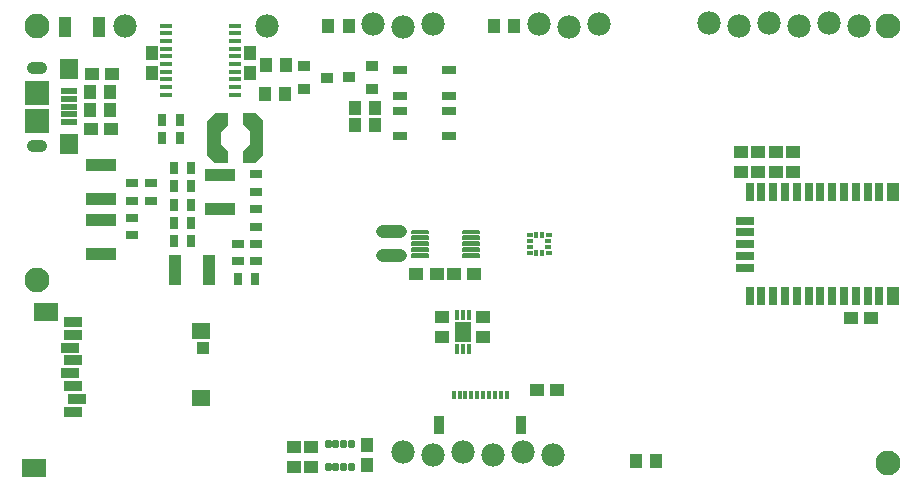
<source format=gbr>
G04 EAGLE Gerber RS-274X export*
G75*
%MOMM*%
%FSLAX34Y34*%
%LPD*%
%INSoldermask Top*%
%IPPOS*%
%AMOC8*
5,1,8,0,0,1.08239X$1,22.5*%
G01*
%ADD10C,2.101600*%
%ADD11R,1.101600X1.201600*%
%ADD12R,1.201600X1.101600*%
%ADD13R,1.092200X0.406400*%
%ADD14R,1.001600X0.901600*%
%ADD15C,0.215122*%
%ADD16R,0.951600X1.601600*%
%ADD17R,0.401600X0.756600*%
%ADD18R,1.151600X0.751600*%
%ADD19R,1.601600X0.801600*%
%ADD20R,0.801600X1.601600*%
%ADD21R,1.101600X1.601600*%
%ADD22C,1.981200*%
%ADD23R,1.451600X0.501600*%
%ADD24R,1.501600X1.701600*%
%ADD25R,2.001600X2.001600*%
%ADD26C,1.001600*%
%ADD27R,1.001600X1.701600*%
%ADD28R,1.001600X0.701600*%
%ADD29R,0.701600X1.001600*%
%ADD30R,1.001600X2.601600*%
%ADD31R,2.601600X1.001600*%
%ADD32C,0.176703*%
%ADD33C,1.117600*%
%ADD34R,0.520000X0.418600*%
%ADD35R,0.522841X0.419888*%
%ADD36R,0.523191X0.421438*%
%ADD37R,0.520000X0.420478*%
%ADD38R,0.520000X0.419394*%
%ADD39R,0.519437X0.419956*%
%ADD40R,0.518713X0.421172*%
%ADD41R,0.520000X0.421025*%
%ADD42R,0.420669X0.519275*%
%ADD43R,0.419897X0.518713*%
%ADD44R,0.421084X0.522409*%
%ADD45R,0.419903X0.522450*%
%ADD46R,0.406400X0.914400*%
%ADD47R,1.447800X1.651000*%
%ADD48R,1.601600X0.901600*%
%ADD49R,2.001600X1.501600*%
%ADD50R,1.501600X1.401600*%
%ADD51R,1.101600X1.051600*%

G36*
X176047Y269087D02*
X176047Y269087D01*
X176042Y269094D01*
X176049Y269100D01*
X176049Y278800D01*
X176033Y278821D01*
X176035Y278834D01*
X170349Y284720D01*
X170349Y295280D01*
X176035Y300965D01*
X176039Y300992D01*
X176049Y301000D01*
X176049Y310900D01*
X176013Y310947D01*
X176006Y310942D01*
X176000Y310949D01*
X165300Y310949D01*
X165279Y310933D01*
X165265Y310935D01*
X159065Y304735D01*
X159064Y304724D01*
X159060Y304721D01*
X159063Y304718D01*
X159062Y304708D01*
X159051Y304700D01*
X159051Y275300D01*
X159067Y275279D01*
X159065Y275265D01*
X165265Y269065D01*
X165292Y269062D01*
X165300Y269051D01*
X176000Y269051D01*
X176047Y269087D01*
G37*
G36*
X199721Y269067D02*
X199721Y269067D01*
X199735Y269065D01*
X205935Y275265D01*
X205938Y275285D01*
X205947Y275292D01*
X205944Y275296D01*
X205949Y275300D01*
X205949Y304700D01*
X205933Y304721D01*
X205935Y304735D01*
X199735Y310935D01*
X199708Y310939D01*
X199700Y310949D01*
X189000Y310949D01*
X188953Y310913D01*
X188958Y310906D01*
X188951Y310900D01*
X188951Y301500D01*
X188966Y301480D01*
X188964Y301467D01*
X194651Y295281D01*
X194651Y284719D01*
X188963Y278433D01*
X188963Y278424D01*
X188960Y278422D01*
X188962Y278419D01*
X188961Y278408D01*
X188951Y278400D01*
X188951Y269100D01*
X188987Y269053D01*
X188994Y269058D01*
X189000Y269051D01*
X199700Y269051D01*
X199721Y269067D01*
G37*
D10*
X735000Y385000D03*
X735000Y15000D03*
X15000Y385000D03*
X15000Y170000D03*
D11*
X195050Y344720D03*
X195050Y361720D03*
D12*
X61450Y344180D03*
X78450Y344180D03*
X60450Y297780D03*
X77450Y297780D03*
D11*
X112050Y362280D03*
X112050Y345280D03*
X59750Y328780D03*
X76750Y328780D03*
X59450Y313380D03*
X76450Y313380D03*
X208350Y351380D03*
X225350Y351380D03*
X207550Y327280D03*
X224550Y327280D03*
D13*
X182398Y326640D03*
X182398Y333140D03*
X182398Y339640D03*
X182398Y346140D03*
X182398Y352640D03*
X182398Y359140D03*
X182398Y365640D03*
X182398Y372140D03*
X182398Y378640D03*
X182398Y385140D03*
X124042Y385140D03*
X124042Y378640D03*
X124042Y372140D03*
X124042Y365640D03*
X124042Y359140D03*
X124042Y352640D03*
X124042Y346140D03*
X124042Y339640D03*
X124042Y333140D03*
X124042Y326640D03*
D14*
X240550Y350680D03*
X240550Y331680D03*
X260550Y341180D03*
X298550Y331820D03*
X298550Y350820D03*
X278550Y341320D03*
D15*
X265517Y13723D02*
X265517Y9957D01*
X265517Y13723D02*
X268883Y13723D01*
X268883Y9957D01*
X265517Y9957D01*
X265517Y12000D02*
X268883Y12000D01*
X272017Y13723D02*
X272017Y9957D01*
X272017Y13723D02*
X275383Y13723D01*
X275383Y9957D01*
X272017Y9957D01*
X272017Y12000D02*
X275383Y12000D01*
X278517Y13723D02*
X278517Y9957D01*
X278517Y13723D02*
X281883Y13723D01*
X281883Y9957D01*
X278517Y9957D01*
X278517Y12000D02*
X281883Y12000D01*
X259017Y13723D02*
X259017Y9957D01*
X259017Y13723D02*
X262383Y13723D01*
X262383Y9957D01*
X259017Y9957D01*
X259017Y12000D02*
X262383Y12000D01*
X265517Y29357D02*
X265517Y33123D01*
X268883Y33123D01*
X268883Y29357D01*
X265517Y29357D01*
X265517Y31400D02*
X268883Y31400D01*
X272017Y33123D02*
X272017Y29357D01*
X272017Y33123D02*
X275383Y33123D01*
X275383Y29357D01*
X272017Y29357D01*
X272017Y31400D02*
X275383Y31400D01*
X278517Y33123D02*
X278517Y29357D01*
X278517Y33123D02*
X281883Y33123D01*
X281883Y29357D01*
X278517Y29357D01*
X278517Y31400D02*
X281883Y31400D01*
X259017Y33123D02*
X259017Y29357D01*
X259017Y33123D02*
X262383Y33123D01*
X262383Y29357D01*
X259017Y29357D01*
X259017Y31400D02*
X262383Y31400D01*
D11*
X284280Y315750D03*
X301280Y315750D03*
X284180Y301350D03*
X301180Y301350D03*
X293900Y29900D03*
X293900Y12900D03*
D16*
X355500Y47000D03*
X424500Y47000D03*
D17*
X372500Y72000D03*
X387500Y72000D03*
X397500Y72000D03*
X407500Y72000D03*
X412500Y72000D03*
X402500Y72000D03*
X392500Y72000D03*
X382500Y72000D03*
X377500Y72000D03*
X367500Y72000D03*
D12*
X232500Y11500D03*
X232500Y28500D03*
X247000Y11500D03*
X247000Y28500D03*
D18*
X322330Y325800D03*
X363830Y325800D03*
X363830Y347300D03*
X322330Y347300D03*
X363940Y313250D03*
X322440Y313250D03*
X322440Y291750D03*
X363940Y291750D03*
D19*
X614000Y200000D03*
X614000Y210000D03*
X614000Y190000D03*
X614000Y180000D03*
X614000Y220000D03*
D20*
X618000Y156000D03*
X628000Y156000D03*
X638000Y156000D03*
X648000Y156000D03*
X658000Y156000D03*
X668000Y156000D03*
X678000Y156000D03*
X688000Y156000D03*
X698000Y156000D03*
X708000Y156000D03*
X718000Y156000D03*
X728000Y156000D03*
X618000Y244000D03*
X628000Y244000D03*
X638000Y244000D03*
X648000Y244000D03*
X658000Y244000D03*
X668000Y244000D03*
X678000Y244000D03*
X688000Y244000D03*
X698000Y244000D03*
X708000Y244000D03*
X718000Y244000D03*
X728000Y244000D03*
D21*
X739500Y244000D03*
X739500Y156000D03*
D12*
X625500Y278000D03*
X625500Y261000D03*
X611000Y261000D03*
X611000Y278000D03*
X654500Y261000D03*
X654500Y278000D03*
X640000Y261000D03*
X640000Y278000D03*
D22*
X711000Y384500D03*
X685600Y387040D03*
X660200Y384500D03*
X634800Y387040D03*
X609400Y384500D03*
X584000Y387040D03*
D23*
X41700Y316500D03*
X41700Y310000D03*
X41700Y323000D03*
X41700Y329500D03*
X41700Y303500D03*
D24*
X41700Y348500D03*
X41700Y284500D03*
D25*
X14950Y328500D03*
X14950Y304500D03*
D26*
X11500Y349500D02*
X18500Y349500D01*
X18500Y283500D02*
X11500Y283500D01*
D27*
X67500Y384000D03*
X38500Y384000D03*
D28*
X95500Y252000D03*
X95500Y237000D03*
X200000Y259500D03*
X200000Y244500D03*
X200000Y230000D03*
X200000Y215000D03*
D29*
X145500Y264500D03*
X130500Y264500D03*
D30*
X131500Y178000D03*
X160500Y178000D03*
D31*
X69000Y267000D03*
X69000Y238000D03*
X169500Y229500D03*
X169500Y258500D03*
X69000Y220500D03*
X69000Y191500D03*
D28*
X111500Y252000D03*
X111500Y237000D03*
X95500Y207500D03*
X95500Y222500D03*
D29*
X145500Y249000D03*
X130500Y249000D03*
X145500Y233500D03*
X130500Y233500D03*
X145500Y218000D03*
X130500Y218000D03*
X130500Y202500D03*
X145500Y202500D03*
D28*
X200000Y185500D03*
X200000Y200500D03*
D29*
X199500Y170500D03*
X184500Y170500D03*
D28*
X184500Y200500D03*
X184500Y185500D03*
D29*
X120500Y290000D03*
X135500Y290000D03*
X135500Y305500D03*
X120500Y305500D03*
D32*
X375125Y191625D02*
X388775Y191625D01*
X388775Y189375D01*
X375125Y189375D01*
X375125Y191625D01*
X375125Y191054D02*
X388775Y191054D01*
X388775Y196625D02*
X375125Y196625D01*
X388775Y196625D02*
X388775Y194375D01*
X375125Y194375D01*
X375125Y196625D01*
X375125Y196054D02*
X388775Y196054D01*
X388775Y201625D02*
X375125Y201625D01*
X388775Y201625D02*
X388775Y199375D01*
X375125Y199375D01*
X375125Y201625D01*
X375125Y201054D02*
X388775Y201054D01*
X388775Y206625D02*
X375125Y206625D01*
X388775Y206625D02*
X388775Y204375D01*
X375125Y204375D01*
X375125Y206625D01*
X375125Y206054D02*
X388775Y206054D01*
X388775Y211625D02*
X375125Y211625D01*
X388775Y211625D02*
X388775Y209375D01*
X375125Y209375D01*
X375125Y211625D01*
X375125Y211054D02*
X388775Y211054D01*
X345875Y211625D02*
X332225Y211625D01*
X345875Y211625D02*
X345875Y209375D01*
X332225Y209375D01*
X332225Y211625D01*
X332225Y211054D02*
X345875Y211054D01*
X345875Y206625D02*
X332225Y206625D01*
X345875Y206625D02*
X345875Y204375D01*
X332225Y204375D01*
X332225Y206625D01*
X332225Y206054D02*
X345875Y206054D01*
X345875Y201625D02*
X332225Y201625D01*
X345875Y201625D02*
X345875Y199375D01*
X332225Y199375D01*
X332225Y201625D01*
X332225Y201054D02*
X345875Y201054D01*
X345875Y196625D02*
X332225Y196625D01*
X345875Y196625D02*
X345875Y194375D01*
X332225Y194375D01*
X332225Y196625D01*
X332225Y196054D02*
X345875Y196054D01*
X345875Y191625D02*
X332225Y191625D01*
X345875Y191625D02*
X345875Y189375D01*
X332225Y189375D01*
X332225Y191625D01*
X332225Y191054D02*
X345875Y191054D01*
D12*
X385000Y175000D03*
X368000Y175000D03*
X353000Y175000D03*
X336000Y175000D03*
D11*
X521500Y16500D03*
X538500Y16500D03*
X278500Y384500D03*
X261500Y384500D03*
X419000Y385000D03*
X402000Y385000D03*
D12*
X703500Y137500D03*
X720500Y137500D03*
X455000Y77000D03*
X438000Y77000D03*
D22*
X439500Y386270D03*
X464900Y383730D03*
X490300Y386270D03*
X299000Y386270D03*
X324400Y383730D03*
X349800Y386270D03*
D33*
X322120Y211160D02*
X306880Y211160D01*
X306880Y190840D02*
X322120Y190840D01*
D22*
X89500Y385000D03*
X209500Y384500D03*
X451500Y21500D03*
X426100Y24040D03*
X400700Y21500D03*
X375300Y24040D03*
X349900Y21500D03*
X324500Y24040D03*
D34*
X432000Y207507D03*
D35*
X432386Y202501D03*
D36*
X432384Y197493D03*
D37*
X432000Y192498D03*
D38*
X448000Y207503D03*
D39*
X447653Y202500D03*
D40*
X447656Y197494D03*
D41*
X448000Y192495D03*
D42*
X437497Y207604D03*
D43*
X442501Y207606D03*
D44*
X437495Y192388D03*
D45*
X442500Y192388D03*
D46*
X380080Y140178D03*
X375000Y140178D03*
X369920Y140178D03*
X369920Y111222D03*
X375000Y111222D03*
X380080Y111222D03*
D47*
X375000Y125700D03*
D12*
X358000Y138500D03*
X358000Y121500D03*
X392000Y138500D03*
X392000Y121500D03*
D48*
X44900Y134600D03*
D49*
X22000Y142500D03*
D50*
X153500Y126500D03*
D51*
X155500Y112600D03*
D50*
X153500Y69500D03*
D49*
X12000Y11000D03*
D48*
X44900Y123600D03*
X42900Y112600D03*
X44900Y101600D03*
X42900Y90600D03*
X44900Y79600D03*
X48900Y68600D03*
X44900Y57600D03*
M02*

</source>
